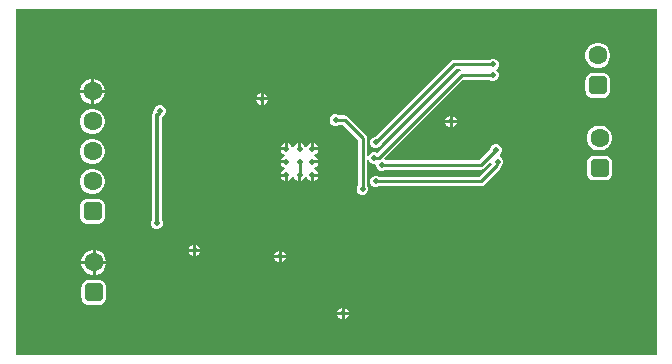
<source format=gbr>
%FSTAX23Y23*%
%MOIN*%
%SFA1B1*%

%IPPOS*%
%AMD40*
4,1,8,-0.031500,0.015700,-0.031500,-0.015700,-0.015700,-0.031500,0.015700,-0.031500,0.031500,-0.015700,0.031500,0.015700,0.015700,0.031500,-0.015700,0.031500,-0.031500,0.015700,0.0*
1,1,0.031496,-0.015700,0.015700*
1,1,0.031496,-0.015700,-0.015700*
1,1,0.031496,0.015700,-0.015700*
1,1,0.031496,0.015700,0.015700*
%
%ADD38C,0.011811*%
%ADD39C,0.010000*%
G04~CAMADD=40~8~0.0~0.0~629.9~629.9~157.5~0.0~15~0.0~0.0~0.0~0.0~0~0.0~0.0~0.0~0.0~0~0.0~0.0~0.0~90.0~630.0~630.0*
%ADD40D40*%
%ADD41C,0.062992*%
%ADD42C,0.019685*%
%LNmtr_dvr_pcb_copper_signal_bot-1*%
%LPD*%
G36*
X0549Y0231D02*
X03355D01*
Y03465*
X0549*
Y0231*
G37*
%LNmtr_dvr_pcb_copper_signal_bot-2*%
%LPC*%
G36*
X053Y03351D02*
X05289D01*
X05278Y03348*
X05269Y03343*
X05261Y03335*
X05256Y03326*
X05253Y03315*
Y03304*
X05256Y03293*
X05261Y03284*
X05269Y03276*
X05278Y03271*
X05289Y03268*
X053*
X05311Y03271*
X0532Y03276*
X05328Y03284*
X05333Y03293*
X05336Y03304*
Y03315*
X05333Y03326*
X05328Y03335*
X0532Y03343*
X05311Y03348*
X053Y03351*
G37*
G36*
X04948Y03299D02*
X04941D01*
X04933Y03296*
X04932Y03295*
X04815*
X04809Y03294*
X04804Y0329*
X04553Y03039*
X04551*
X04543Y03036*
X04538Y03031*
X04535Y03023*
Y03016*
X04538Y03008*
X04543Y03003*
X04551Y03*
X04558*
X04566Y03003*
X04571Y03008*
X04574Y03016*
Y03018*
X04821Y03264*
X04836*
X04837Y03259*
X04834Y03259*
X04829Y03255*
X04559Y02985*
X04552Y02988*
X04544*
X04537Y02985*
X04532Y02979*
X0453Y02975*
X04525Y02976*
Y03035*
X04524Y0304*
X0452Y03045*
X0446Y03105*
X04455Y03109*
X0445Y0311*
X04432*
X04431Y03111*
X04423Y03114*
X04416*
X04408Y03111*
X04403Y03106*
X044Y03098*
Y03091*
X04403Y03083*
X04408Y03078*
X04416Y03075*
X04423*
X04431Y03078*
X04432Y03079*
X04443*
X04494Y03028*
Y02877*
X04493Y02876*
X0449Y02868*
Y02861*
X04493Y02853*
X04498Y02848*
X04506Y02845*
X04513*
X04521Y02848*
X04526Y02853*
X04529Y02861*
Y02868*
X04526Y02876*
X04525Y02877*
Y0296*
X0453Y02961*
X04532Y02957*
X04537Y02951*
X04544Y02948*
X04552*
X04555Y02944*
Y02941*
X04558Y02933*
X04563Y02928*
X04571Y02925*
X04578*
X04586Y02928*
X04587Y02929*
X04905*
X0491Y0293*
X04915Y02934*
X04935Y02953*
X04939Y02951*
X0494Y02947*
X04898Y02905*
X04567*
X04566Y02906*
X04558Y02909*
X04551*
X04543Y02906*
X04538Y02901*
X04535Y02893*
Y02886*
X04538Y02878*
X04543Y02873*
X04551Y0287*
X04558*
X04566Y02873*
X04567Y02874*
X04905*
X0491Y02875*
X04915Y02879*
X04968Y02932*
X04972Y02937*
X04972Y02939*
X04976Y02943*
X04979Y02951*
Y02958*
X04976Y02966*
X04971Y02971*
X04967Y02973*
X04967Y02975*
X04967Y02978*
X04971Y02983*
X04974Y02991*
Y02998*
X04971Y03006*
X04966Y03011*
X04958Y03014*
X04951*
X04943Y03011*
X04938Y03006*
X04935Y02998*
Y02996*
X04898Y0296*
X04587*
X04586Y02961*
X04584Y02962*
X04583Y02967*
X04846Y03229*
X04932*
X04933Y03228*
X04941Y03225*
X04948*
X04956Y03228*
X04961Y03233*
X04964Y03241*
Y03248*
X04961Y03256*
X04958Y03259*
X04956Y03262*
X04958Y03265*
X04961Y03268*
X04964Y03276*
Y03283*
X04961Y03291*
X04956Y03296*
X04948Y03299*
G37*
G36*
X03615Y03231D02*
X03615D01*
Y03195*
X03651*
Y03195*
X03648Y03206*
X03643Y03215*
X03635Y03223*
X03626Y03228*
X03615Y03231*
G37*
G36*
X03605D02*
X03604D01*
X03593Y03228*
X03584Y03223*
X03576Y03215*
X03571Y03206*
X03568Y03195*
Y03195*
X03605*
Y03231*
G37*
G36*
X0418Y03184D02*
Y0317D01*
X04194*
X04191Y03176*
X04186Y03181*
X0418Y03184*
G37*
G36*
X0417D02*
X04163Y03181D01*
X04158Y03176*
X04155Y0317*
X0417*
Y03184*
G37*
G36*
X0531Y03251D02*
X05279D01*
X05272Y0325*
X05266Y03248*
X0526Y03244*
X05256Y03238*
X05254Y03232*
X05253Y03225*
Y03194*
X05254Y03187*
X05256Y03181*
X0526Y03175*
X05266Y03171*
X05272Y03169*
X05279Y03168*
X0531*
X05317Y03169*
X05323Y03171*
X05329Y03175*
X05333Y03181*
X05335Y03187*
X05336Y03194*
Y03225*
X05335Y03232*
X05333Y03238*
X05329Y03244*
X05323Y03248*
X05317Y0325*
X0531Y03251*
G37*
G36*
X03651Y03185D02*
X03615D01*
Y03148*
X03615*
X03626Y03151*
X03635Y03156*
X03643Y03164*
X03648Y03173*
X03651Y03184*
Y03185*
G37*
G36*
X03605D02*
X03568D01*
Y03184*
X03571Y03173*
X03576Y03164*
X03584Y03156*
X03593Y03151*
X03604Y03148*
X03605*
Y03185*
G37*
G36*
X04194Y0316D02*
X0418D01*
Y03145*
X04186Y03148*
X04191Y03153*
X04194Y0316*
G37*
G36*
X0417D02*
X04155D01*
X04158Y03153*
X04163Y03148*
X0417Y03145*
Y0316*
G37*
G36*
X0481Y03109D02*
Y03095D01*
X04824*
X04821Y03101*
X04816Y03106*
X0481Y03109*
G37*
G36*
X048D02*
X04793Y03106D01*
X04788Y03101*
X04785Y03095*
X048*
Y03109*
G37*
G36*
X04824Y03085D02*
X0481D01*
Y0307*
X04816Y03073*
X04821Y03078*
X04824Y03085*
G37*
G36*
X048D02*
X04785D01*
X04788Y03078*
X04793Y03073*
X048Y0307*
Y03085*
G37*
G36*
X03615Y03131D02*
X03604D01*
X03593Y03128*
X03584Y03123*
X03576Y03115*
X03571Y03106*
X03568Y03095*
Y03084*
X03571Y03073*
X03576Y03064*
X03584Y03056*
X03593Y03051*
X03604Y03048*
X03615*
X03626Y03051*
X03635Y03056*
X03643Y03064*
X03648Y03073*
X03651Y03084*
Y03095*
X03648Y03106*
X03643Y03115*
X03635Y03123*
X03626Y03128*
X03615Y03131*
G37*
G36*
X04338Y03017D02*
X04332Y03015D01*
X04326Y03009*
X04324Y03004*
X04318*
X04316Y03009*
X04311Y03015*
X04305Y03017*
Y02998*
X04295*
Y03017*
X04288Y03015*
X04283Y03009*
X04281Y03004*
X04275*
X04273Y03009*
X04267Y03015*
X04261Y03017*
Y02998*
X04256*
Y02993*
X04237*
X04239Y02987*
X04245Y02981*
X0425Y02979*
Y02973*
X04245Y02971*
X04239Y02966*
X04237Y0296*
X04256*
Y0295*
X04237*
X04239Y02943*
X04245Y02938*
X0425Y02936*
Y0293*
X04245Y02928*
X04239Y02922*
X04237Y02916*
X04256*
Y02911*
X04261*
Y02892*
X04267Y02894*
X04273Y029*
X04275Y02905*
X04281*
X04283Y029*
X04288Y02894*
X04295Y02892*
Y02911*
X04305*
Y02892*
X04311Y02894*
X04316Y029*
X04318Y02905*
X04324*
X04326Y029*
X04332Y02894*
X04338Y02892*
Y02911*
X04343*
Y02916*
X04362*
X0436Y02922*
X04354Y02928*
X04349Y0293*
Y02936*
X04354Y02938*
X0436Y02943*
X04362Y0295*
X04343*
Y0296*
X04362*
X0436Y02966*
X04354Y02971*
X04349Y02973*
Y02979*
X04354Y02981*
X0436Y02987*
X04362Y02993*
X04343*
Y02998*
X04338*
Y03017*
G37*
G36*
X04348D02*
Y03003D01*
X04362*
X0436Y03009*
X04354Y03015*
X04348Y03017*
G37*
G36*
X04251D02*
X04245Y03015D01*
X04239Y03009*
X04237Y03003*
X04251*
Y03017*
G37*
G36*
X05305Y03076D02*
X05294D01*
X05283Y03073*
X05274Y03068*
X05266Y0306*
X05261Y03051*
X05258Y0304*
Y03029*
X05261Y03018*
X05266Y03009*
X05274Y03001*
X05283Y02996*
X05294Y02993*
X05305*
X05316Y02996*
X05325Y03001*
X05333Y03009*
X05338Y03018*
X05341Y03029*
Y0304*
X05338Y03051*
X05333Y0306*
X05325Y03068*
X05316Y03073*
X05305Y03076*
G37*
G36*
X03615Y03031D02*
X03604D01*
X03593Y03028*
X03584Y03023*
X03576Y03015*
X03571Y03006*
X03568Y02995*
Y02984*
X03571Y02973*
X03576Y02964*
X03584Y02956*
X03593Y02951*
X03604Y02948*
X03615*
X03626Y02951*
X03635Y02956*
X03643Y02964*
X03648Y02973*
X03651Y02984*
Y02995*
X03648Y03006*
X03643Y03015*
X03635Y03023*
X03626Y03028*
X03615Y03031*
G37*
G36*
X05315Y02976D02*
X05284D01*
X05277Y02975*
X05271Y02973*
X05265Y02969*
X05261Y02963*
X05259Y02957*
X05258Y0295*
Y02919*
X05259Y02912*
X05261Y02906*
X05265Y029*
X05271Y02896*
X05277Y02894*
X05284Y02893*
X05315*
X05322Y02894*
X05328Y02896*
X05334Y029*
X05338Y02906*
X0534Y02912*
X05341Y02919*
Y0295*
X0534Y02957*
X05338Y02963*
X05334Y02969*
X05328Y02973*
X05322Y02975*
X05315Y02976*
G37*
G36*
X04362Y02906D02*
X04348D01*
Y02892*
X04354Y02894*
X0436Y029*
X04362Y02906*
G37*
G36*
X04251D02*
X04237D01*
X04239Y029*
X04245Y02894*
X04251Y02892*
Y02906*
G37*
G36*
X03615Y02931D02*
X03604D01*
X03593Y02928*
X03584Y02923*
X03576Y02915*
X03571Y02906*
X03568Y02895*
Y02884*
X03571Y02873*
X03576Y02864*
X03584Y02856*
X03593Y02851*
X03604Y02848*
X03615*
X03626Y02851*
X03635Y02856*
X03643Y02864*
X03648Y02873*
X03651Y02884*
Y02895*
X03648Y02906*
X03643Y02915*
X03635Y02923*
X03626Y02928*
X03615Y02931*
G37*
G36*
X03625Y02831D02*
X03594D01*
X03587Y0283*
X03581Y02828*
X03575Y02824*
X03571Y02818*
X03569Y02812*
X03568Y02805*
Y02774*
X03569Y02767*
X03571Y02761*
X03575Y02755*
X03581Y02751*
X03587Y02749*
X03594Y02748*
X03625*
X03632Y02749*
X03638Y02751*
X03644Y02755*
X03648Y02761*
X0365Y02767*
X03651Y02774*
Y02805*
X0365Y02812*
X03648Y02818*
X03644Y02824*
X03638Y02828*
X03632Y0283*
X03625Y02831*
G37*
G36*
X03838Y03144D02*
X03831D01*
X03823Y03141*
X03818Y03136*
X03815Y03128*
Y03124*
X03813Y03123*
X0381Y03118*
X03808Y03112*
Y02761*
X03808Y02761*
X03805Y02753*
Y02746*
X03808Y02738*
X03813Y02733*
X03821Y0273*
X03828*
X03836Y02733*
X03841Y02738*
X03844Y02746*
Y02753*
X03841Y02761*
X03841Y02761*
Y03106*
X03846Y03108*
X03851Y03113*
X03854Y03121*
Y03128*
X03851Y03136*
X03846Y03141*
X03838Y03144*
G37*
G36*
X03955Y02679D02*
Y02665D01*
X03969*
X03966Y02671*
X03961Y02676*
X03955Y02679*
G37*
G36*
X03945D02*
X03938Y02676D01*
X03933Y02671*
X0393Y02665*
X03945*
Y02679*
G37*
G36*
X0424Y02659D02*
Y02645D01*
X04254*
X04251Y02651*
X04246Y02656*
X0424Y02659*
G37*
G36*
X0423D02*
X04223Y02656D01*
X04218Y02651*
X04215Y02645*
X0423*
Y02659*
G37*
G36*
X03969Y02655D02*
X03955D01*
Y0264*
X03961Y02643*
X03966Y02648*
X03969Y02655*
G37*
G36*
X03945D02*
X0393D01*
X03933Y02648*
X03938Y02643*
X03945Y0264*
Y02655*
G37*
G36*
X0362Y02661D02*
X0362D01*
Y02625*
X03656*
Y02625*
X03653Y02636*
X03648Y02645*
X0364Y02653*
X03631Y02658*
X0362Y02661*
G37*
G36*
X0361D02*
X03609D01*
X03598Y02658*
X03589Y02653*
X03581Y02645*
X03576Y02636*
X03573Y02625*
Y02625*
X0361*
Y02661*
G37*
G36*
X04254Y02635D02*
X0424D01*
Y0262*
X04246Y02623*
X04251Y02628*
X04254Y02635*
G37*
G36*
X0423D02*
X04215D01*
X04218Y02628*
X04223Y02623*
X0423Y0262*
Y02635*
G37*
G36*
X03656Y02615D02*
X0362D01*
Y02578*
X0362*
X03631Y02581*
X0364Y02586*
X03648Y02594*
X03653Y02603*
X03656Y02614*
Y02615*
G37*
G36*
X0361D02*
X03573D01*
Y02614*
X03576Y02603*
X03581Y02594*
X03589Y02586*
X03598Y02581*
X03609Y02578*
X0361*
Y02615*
G37*
G36*
X0363Y02561D02*
X03599D01*
X03592Y0256*
X03586Y02558*
X0358Y02554*
X03576Y02548*
X03574Y02542*
X03573Y02535*
Y02504*
X03574Y02497*
X03576Y02491*
X0358Y02485*
X03586Y02481*
X03592Y02479*
X03599Y02478*
X0363*
X03637Y02479*
X03643Y02481*
X03649Y02485*
X03653Y02491*
X03655Y02497*
X03656Y02504*
Y02535*
X03655Y02542*
X03653Y02548*
X03649Y02554*
X03643Y02558*
X03637Y0256*
X0363Y02561*
G37*
G36*
X0445Y02469D02*
Y02455D01*
X04464*
X04461Y02461*
X04456Y02466*
X0445Y02469*
G37*
G36*
X0444D02*
X04433Y02466D01*
X04428Y02461*
X04425Y02455*
X0444*
Y02469*
G37*
G36*
X04464Y02445D02*
X0445D01*
Y0243*
X04456Y02433*
X04461Y02438*
X04464Y02445*
G37*
G36*
X0444D02*
X04425D01*
X04428Y02438*
X04433Y02433*
X0444Y0243*
Y02445*
G37*
%LNmtr_dvr_pcb_copper_signal_bot-3*%
%LPD*%
G54D38*
X03825Y0275D02*
Y03112D01*
G54D39*
X043Y02911D02*
Y02955D01*
X03825Y03112D02*
X03835Y03122D01*
Y03125*
X0445Y03095D02*
X0451Y03035D01*
Y02865D02*
Y03035D01*
X0442Y03095D02*
X0445D01*
X0455Y02969D02*
X04564D01*
X04548Y02968D02*
X0455Y02969D01*
X04564D02*
X0484Y03245D01*
X04575Y02945D02*
X04905D01*
X04555Y0289D02*
X04905D01*
X04958Y02943*
Y02953D02*
X0496Y02955D01*
X04958Y02943D02*
Y02953D01*
X04905Y02945D02*
X04955Y02995D01*
X0484Y03245D02*
X04945D01*
X04815Y0328D02*
X04945D01*
X04555Y0302D02*
X04815Y0328D01*
G54D40*
X03615Y0252D03*
X05295Y0321D03*
X0361Y0279D03*
X053Y02935D03*
G54D41*
X03615Y0262D03*
X05295Y0331D03*
X0361Y0319D03*
Y0309D03*
Y0289D03*
Y0299D03*
X053Y03035D03*
G54D42*
X04445Y0245D03*
X03835Y03125D03*
X03825Y0275D03*
X0451Y02865D03*
X04548Y02968D03*
X04555Y0289D03*
X04575Y02945D03*
X0442Y03095D03*
X04235Y0264D03*
X04175Y03165D03*
X04805Y0309D03*
X0395Y0266D03*
X04955Y02995D03*
X0496Y02955D03*
X04945Y03245D03*
Y0328D03*
X04555Y0302D03*
X04256Y02998D03*
X043D03*
X04343D03*
X04256Y02955D03*
X043D03*
X04343D03*
X04256Y02911D03*
X043D03*
X04343D03*
M02*
</source>
